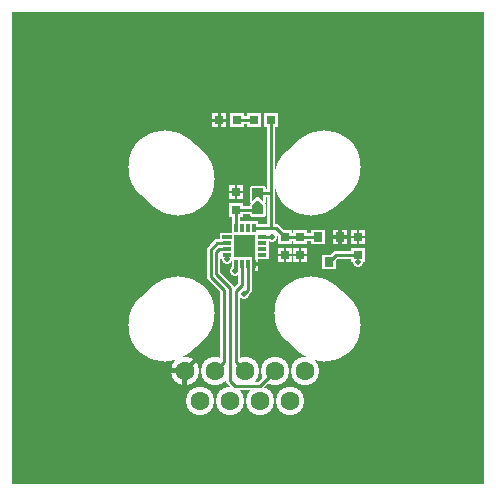
<source format=gbr>
%FSLAX34Y34*%
%MOMM*%
%LNCOPPER_TOP*%
G71*
G01*
%ADD10R, 1.200X0.700*%
%ADD11R, 0.700X1.200*%
%ADD12C, 6.200*%
%ADD13C, 2.400*%
%ADD14R, 1.200X1.200*%
%ADD15C, 0.650*%
%ADD16C, 0.900*%
%ADD17R, 1.200X1.299*%
%ADD18C, 0.400*%
%ADD19C, 0.250*%
%ADD20C, 0.300*%
%ADD21C, 0.200*%
%ADD22C, 0.299*%
%ADD23C, 0.248*%
%ADD24R, 0.800X0.300*%
%ADD25R, 0.300X0.800*%
%ADD26C, 1.600*%
%ADD27R, 0.800X0.800*%
%ADD28C, 0.800*%
%ADD29R, 1.700X1.700*%
%ADD30C, 0.500*%
%ADD31R, 0.800X0.899*%
%LPD*%
G36*
X-197147Y198438D02*
X202853Y198438D01*
X202853Y-201562D01*
X-197147Y-201562D01*
X-197147Y198438D01*
G37*
%LPC*%
X15002Y-2500D02*
G54D10*
D03*
X15002Y-7502D02*
G54D10*
D03*
X15002Y2501D02*
G54D10*
D03*
X-15000Y-2500D02*
G54D10*
D03*
X-15000Y-7502D02*
G54D10*
D03*
X-15001Y2501D02*
G54D10*
D03*
X2501Y-15002D02*
G54D11*
D03*
X7502Y-15002D02*
G54D11*
D03*
G36*
X-21000Y11001D02*
X-9000Y11001D01*
X-9000Y4001D01*
X-21000Y4001D01*
X-21000Y11001D01*
G37*
X-2500Y-15001D02*
G54D11*
D03*
X-7499Y-15001D02*
G54D11*
D03*
X2501Y15001D02*
G54D11*
D03*
X7502Y15002D02*
G54D11*
D03*
X15002Y7501D02*
G54D10*
D03*
X-2500Y15001D02*
G54D11*
D03*
X-7499Y15001D02*
G54D11*
D03*
X-2500Y15001D02*
G54D11*
D03*
X-67175Y67176D02*
G54D12*
D03*
X67175Y-67175D02*
G54D12*
D03*
X56568Y56569D02*
G54D12*
D03*
X-56569Y-56568D02*
G54D12*
D03*
X67175Y67176D02*
G54D12*
D03*
X-67175Y-67175D02*
G54D12*
D03*
X56569Y-56569D02*
G54D12*
D03*
X-56568Y56568D02*
G54D12*
D03*
X-61872Y61872D02*
G54D12*
D03*
X61872Y-61871D02*
G54D12*
D03*
X61871Y61872D02*
G54D12*
D03*
X-61872Y-61871D02*
G54D12*
D03*
X-50800Y-105570D02*
G54D13*
D03*
X-25400Y-105569D02*
G54D13*
D03*
X0Y-105569D02*
G54D13*
D03*
X25400Y-105569D02*
G54D13*
D03*
X50800Y-105570D02*
G54D13*
D03*
X-38100Y-130969D02*
G54D13*
D03*
X-12700Y-130969D02*
G54D13*
D03*
X12700Y-130969D02*
G54D13*
D03*
X38100Y-130969D02*
G54D13*
D03*
X-7500Y45877D02*
G54D14*
D03*
X-7499Y30876D02*
G54D14*
D03*
X34133Y-7500D02*
G54D14*
D03*
X34132Y7501D02*
G54D14*
D03*
G54D15*
X-7499Y15001D02*
X-7499Y30876D01*
X10816Y30876D01*
G54D15*
X-15001Y2501D02*
X-23197Y2501D01*
X-28872Y-3174D01*
X-28872Y-26193D01*
X-17760Y-37306D01*
X-17760Y-97929D01*
X-25400Y-105569D01*
X-15000Y-10863D02*
G54D16*
D03*
X-8293Y-21351D02*
G54D16*
D03*
G54D15*
X-7499Y-15001D02*
X-7499Y-20558D01*
X-8293Y-21351D01*
X-674Y-40402D02*
G54D16*
D03*
G54D15*
X2501Y-15002D02*
X2501Y-37227D01*
X-674Y-40402D01*
X22940Y7501D02*
G54D16*
D03*
G54D15*
X15002Y7501D02*
X22940Y7501D01*
G54D15*
X0Y-105569D02*
X-7640Y-97929D01*
X-7640Y-38100D01*
X-2500Y-32959D01*
X-2500Y-15001D01*
G54D15*
X-15000Y-2500D02*
X-21848Y-2500D01*
X-24110Y-4762D01*
X-24110Y-23812D01*
X-12700Y-35222D01*
X-12700Y-113803D01*
X-8234Y-118269D01*
X12700Y-118269D01*
X25400Y-105569D01*
X80913Y7501D02*
G54D17*
D03*
X61914Y7501D02*
G54D17*
D03*
X71413Y-13505D02*
G54D17*
D03*
X96019Y-13505D02*
G54D16*
D03*
X95994Y7501D02*
G54D14*
D03*
X95995Y-7499D02*
G54D14*
D03*
X46833Y-7499D02*
G54D14*
D03*
X46832Y7501D02*
G54D14*
D03*
G54D15*
X61914Y7501D02*
X34132Y7501D01*
G54D15*
X7502Y15002D02*
X26631Y15002D01*
X34132Y7501D01*
X22640Y106364D02*
G54D14*
D03*
X7640Y106363D02*
G54D14*
D03*
X-6647Y106363D02*
G54D14*
D03*
X-21648Y106362D02*
G54D14*
D03*
G54D15*
X-6647Y106363D02*
X7640Y106363D01*
G54D15*
X22640Y106364D02*
X22640Y15002D01*
G36*
X5995Y49489D02*
X5995Y38377D01*
X9170Y41552D01*
X12345Y41552D01*
X15520Y38377D01*
X15520Y49489D01*
X5995Y49489D01*
G37*
G54D18*
X5995Y49489D02*
X5995Y38377D01*
X9170Y41552D01*
X12345Y41552D01*
X15520Y38377D01*
X15520Y49489D01*
X5995Y49489D01*
G36*
X5995Y35202D02*
X9170Y38377D01*
X12345Y38377D01*
X15520Y35202D01*
X15520Y27264D01*
X5995Y27264D01*
X5995Y35202D01*
G37*
G54D18*
X5995Y35202D02*
X9170Y38377D01*
X12345Y38377D01*
X15520Y35202D01*
X15520Y27264D01*
X5995Y27264D01*
X5995Y35202D01*
G54D15*
X10816Y45244D02*
X21928Y45244D01*
G54D15*
X95995Y-7499D02*
X77419Y-7499D01*
X71413Y-13505D01*
G36*
X9228Y12700D02*
X26690Y12700D01*
X26690Y9526D01*
X10816Y9526D01*
X9228Y12700D01*
G37*
G54D19*
X9228Y12700D02*
X26690Y12700D01*
X26690Y9526D01*
X10816Y9526D01*
X9228Y12700D01*
%LPD*%
G54D20*
G36*
X6002Y-15002D02*
X6002Y-8502D01*
X9002Y-8502D01*
X9002Y-15002D01*
X6002Y-15002D01*
G37*
G36*
X7502Y-13502D02*
X11502Y-13502D01*
X11502Y-16502D01*
X7502Y-16502D01*
X7502Y-13502D01*
G37*
G36*
X9002Y-15002D02*
X9002Y-21502D01*
X6002Y-21502D01*
X6002Y-15002D01*
X9002Y-15002D01*
G37*
G54D18*
G36*
X-52214Y-104156D02*
X-43375Y-95317D01*
X-40547Y-98145D01*
X-49386Y-106984D01*
X-52214Y-104156D01*
G37*
G36*
X-48800Y-105570D02*
X-48800Y-118070D01*
X-52800Y-118070D01*
X-52800Y-105570D01*
X-48800Y-105570D01*
G37*
G36*
X-50800Y-107570D02*
X-63300Y-107570D01*
X-63300Y-103570D01*
X-50800Y-103570D01*
X-50800Y-107570D01*
G37*
G54D21*
G36*
X-7499Y46877D02*
X-999Y46876D01*
X-1000Y44876D01*
X-7500Y44877D01*
X-7499Y46877D01*
G37*
G36*
X-6500Y45877D02*
X-6500Y39377D01*
X-8500Y39377D01*
X-8500Y45877D01*
X-6500Y45877D01*
G37*
G36*
X-7500Y44877D02*
X-14000Y44878D01*
X-13999Y46878D01*
X-7499Y46877D01*
X-7500Y44877D01*
G37*
G36*
X-8500Y45877D02*
X-8499Y52377D01*
X-6499Y52377D01*
X-6500Y45877D01*
X-8500Y45877D01*
G37*
G54D21*
G36*
X34133Y-8500D02*
X27633Y-8499D01*
X27633Y-6499D01*
X34133Y-6500D01*
X34133Y-8500D01*
G37*
G36*
X33133Y-7499D02*
X33134Y-999D01*
X35134Y-1000D01*
X35133Y-7500D01*
X33133Y-7499D01*
G37*
G36*
X34133Y-6500D02*
X40633Y-6500D01*
X40633Y-8500D01*
X34133Y-8500D01*
X34133Y-6500D01*
G37*
G36*
X35133Y-7500D02*
X35132Y-14000D01*
X33132Y-13999D01*
X33133Y-7499D01*
X35133Y-7500D01*
G37*
G54D22*
G36*
X80913Y6008D02*
X74412Y6008D01*
X74412Y8995D01*
X80913Y8995D01*
X80913Y6008D01*
G37*
G36*
X79420Y7501D02*
X79420Y14497D01*
X82406Y14497D01*
X82406Y7501D01*
X79420Y7501D01*
G37*
G36*
X80913Y8995D02*
X87414Y8995D01*
X87414Y6008D01*
X80913Y6008D01*
X80913Y8995D01*
G37*
G36*
X82406Y7501D02*
X82406Y505D01*
X79420Y505D01*
X79420Y7501D01*
X82406Y7501D01*
G37*
G54D21*
G36*
X95994Y8501D02*
X102494Y8500D01*
X102494Y6500D01*
X95994Y6501D01*
X95994Y8501D01*
G37*
G36*
X96994Y7501D02*
X96993Y1001D01*
X94993Y1002D01*
X94994Y7502D01*
X96994Y7501D01*
G37*
G36*
X95994Y6501D02*
X89494Y6502D01*
X89494Y8502D01*
X95994Y8501D01*
X95994Y6501D01*
G37*
G36*
X94994Y7502D02*
X94995Y14002D01*
X96995Y14001D01*
X96994Y7501D01*
X94994Y7502D01*
G37*
G54D21*
G36*
X46833Y-8499D02*
X40333Y-8499D01*
X40333Y-6499D01*
X46833Y-6499D01*
X46833Y-8499D01*
G37*
G36*
X45833Y-7499D02*
X45834Y-999D01*
X47834Y-999D01*
X47833Y-7499D01*
X45833Y-7499D01*
G37*
G36*
X46833Y-6499D02*
X53333Y-6500D01*
X53333Y-8500D01*
X46833Y-8499D01*
X46833Y-6499D01*
G37*
G36*
X47833Y-7499D02*
X47832Y-13999D01*
X45832Y-13999D01*
X45833Y-7499D01*
X47833Y-7499D01*
G37*
G54D23*
G36*
X-20408Y106362D02*
X-20409Y99862D01*
X-22889Y99862D01*
X-22888Y106362D01*
X-20408Y106362D01*
G37*
G36*
X-21648Y105122D02*
X-28148Y105123D01*
X-28148Y107603D01*
X-21648Y107602D01*
X-21648Y105122D01*
G37*
G36*
X-22888Y106362D02*
X-22888Y112862D01*
X-20408Y112862D01*
X-20408Y106362D01*
X-22888Y106362D01*
G37*
G36*
X-21648Y107602D02*
X-15148Y107602D01*
X-15148Y105122D01*
X-21648Y105122D01*
X-21648Y107602D01*
G37*
X15002Y-2500D02*
G54D24*
D03*
X15002Y-7502D02*
G54D24*
D03*
X15002Y2501D02*
G54D24*
D03*
X-15000Y-2500D02*
G54D24*
D03*
X-15000Y-7502D02*
G54D24*
D03*
X-15001Y2501D02*
G54D24*
D03*
X2501Y-15002D02*
G54D25*
D03*
X7502Y-15002D02*
G54D25*
D03*
G36*
X-19000Y9001D02*
X-11000Y9001D01*
X-11000Y6001D01*
X-19000Y6001D01*
X-19000Y9001D01*
G37*
X-2500Y-15001D02*
G54D25*
D03*
X-7499Y-15001D02*
G54D25*
D03*
X2501Y15001D02*
G54D25*
D03*
X7502Y15002D02*
G54D25*
D03*
X15002Y7501D02*
G54D24*
D03*
X-2500Y15001D02*
G54D25*
D03*
X-7499Y15001D02*
G54D25*
D03*
X-2500Y15001D02*
G54D25*
D03*
X-50800Y-105570D02*
G54D26*
D03*
X-25400Y-105569D02*
G54D26*
D03*
X0Y-105569D02*
G54D26*
D03*
X25400Y-105569D02*
G54D26*
D03*
X50800Y-105570D02*
G54D26*
D03*
X-38100Y-130969D02*
G54D26*
D03*
X-12700Y-130969D02*
G54D26*
D03*
X12700Y-130969D02*
G54D26*
D03*
X38100Y-130969D02*
G54D26*
D03*
X-7500Y45877D02*
G54D27*
D03*
X-7499Y30876D02*
G54D27*
D03*
X34133Y-7500D02*
G54D27*
D03*
X34132Y7501D02*
G54D27*
D03*
G54D19*
X-7499Y15001D02*
X-7499Y30876D01*
X10816Y30876D01*
X0Y0D02*
G54D28*
D03*
X0Y0D02*
G54D29*
D03*
G54D19*
X-15001Y2501D02*
X-23197Y2501D01*
X-28872Y-3174D01*
X-28872Y-26193D01*
X-17760Y-37306D01*
X-17760Y-97929D01*
X-25400Y-105569D01*
X-15000Y-10863D02*
G54D30*
D03*
X-8293Y-21351D02*
G54D30*
D03*
G54D19*
X-7499Y-15001D02*
X-7499Y-20558D01*
X-8293Y-21351D01*
X-674Y-40402D02*
G54D30*
D03*
G54D19*
X2501Y-15002D02*
X2501Y-37227D01*
X-674Y-40402D01*
X22940Y7501D02*
G54D30*
D03*
G54D19*
X15002Y7501D02*
X22940Y7501D01*
G54D19*
X0Y-105569D02*
X-7640Y-97929D01*
X-7640Y-38100D01*
X-2500Y-32959D01*
X-2500Y-15001D01*
G54D19*
X-15000Y-2500D02*
X-21848Y-2500D01*
X-24110Y-4762D01*
X-24110Y-23812D01*
X-12700Y-35222D01*
X-12700Y-113803D01*
X-8234Y-118269D01*
X12700Y-118269D01*
X25400Y-105569D01*
X152500Y1D02*
G54D30*
D03*
X-152500Y1D02*
G54D30*
D03*
X0Y152501D02*
G54D30*
D03*
X0Y-152499D02*
G54D30*
D03*
X17383Y-90130D02*
G54D30*
D03*
X80913Y7501D02*
G54D31*
D03*
X61914Y7501D02*
G54D31*
D03*
X71413Y-13505D02*
G54D31*
D03*
X96019Y-13505D02*
G54D30*
D03*
X95994Y7501D02*
G54D27*
D03*
X95995Y-7499D02*
G54D27*
D03*
X46833Y-7499D02*
G54D27*
D03*
X46832Y7501D02*
G54D27*
D03*
X71413Y7501D02*
G54D30*
D03*
G54D19*
X61914Y7501D02*
X34132Y7501D01*
G54D19*
X7502Y15002D02*
X26631Y15002D01*
X34132Y7501D01*
X2878Y-50800D02*
G54D30*
D03*
X2878Y-69850D02*
G54D30*
D03*
X-9822Y-28574D02*
G54D30*
D03*
X22640Y106364D02*
G54D27*
D03*
X7640Y106363D02*
G54D27*
D03*
X-6647Y106363D02*
G54D27*
D03*
X-21648Y106362D02*
G54D27*
D03*
G54D19*
X-6647Y106363D02*
X7640Y106363D01*
G54D19*
X22640Y106364D02*
X22640Y15002D01*
G36*
X5995Y49489D02*
X5995Y38377D01*
X9170Y41552D01*
X12345Y41552D01*
X15520Y38377D01*
X15520Y49489D01*
X5995Y49489D01*
G37*
G36*
X5995Y35202D02*
X9170Y38377D01*
X12345Y38377D01*
X15520Y35202D01*
X15520Y27264D01*
X5995Y27264D01*
X5995Y35202D01*
G37*
G54D19*
X10816Y45244D02*
X21928Y45244D01*
G54D19*
X95995Y-7499D02*
X77419Y-7499D01*
X71413Y-13505D01*
X21928Y-15874D02*
G54D30*
D03*
X-54272Y0D02*
G54D30*
D03*
X-1884Y73026D02*
G54D30*
D03*
M02*

</source>
